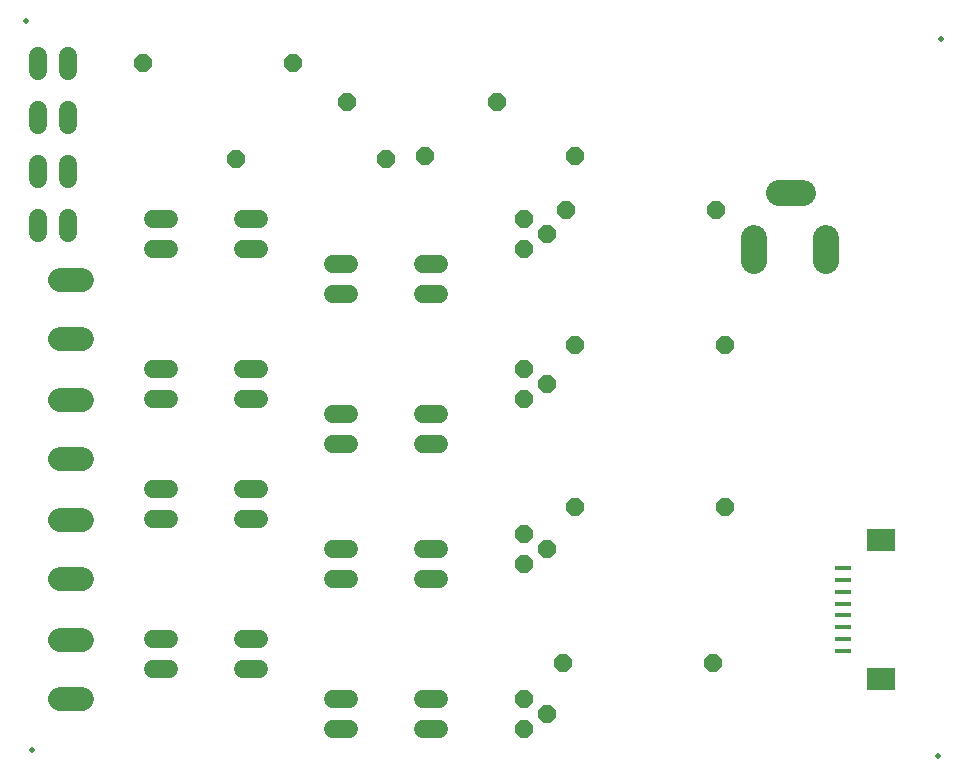
<source format=gts>
G75*
%MOIN*%
%OFA0B0*%
%FSLAX25Y25*%
%IPPOS*%
%LPD*%
%AMOC8*
5,1,8,0,0,1.08239X$1,22.5*
%
%ADD10C,0.01981*%
%ADD11C,0.08674*%
%ADD12C,0.06000*%
%ADD13OC8,0.06000*%
%ADD14C,0.07850*%
%ADD15R,0.05512X0.01575*%
%ADD16R,0.09252X0.07480*%
D10*
X0037790Y0026186D03*
X0339790Y0024186D03*
X0340790Y0263186D03*
X0035790Y0269186D03*
D11*
X0278586Y0197123D02*
X0278586Y0189249D01*
X0302601Y0189249D02*
X0302601Y0197123D01*
X0294727Y0212084D02*
X0286853Y0212084D01*
D12*
X0173390Y0188186D02*
X0168190Y0188186D01*
X0168190Y0178186D02*
X0173390Y0178186D01*
X0143390Y0178186D02*
X0138190Y0178186D01*
X0138190Y0188186D02*
X0143390Y0188186D01*
X0113390Y0193186D02*
X0108190Y0193186D01*
X0108190Y0203186D02*
X0113390Y0203186D01*
X0083390Y0203186D02*
X0078190Y0203186D01*
X0078190Y0193186D02*
X0083390Y0193186D01*
X0049790Y0198586D02*
X0049790Y0203786D01*
X0039790Y0203786D02*
X0039790Y0198586D01*
X0039790Y0216586D02*
X0039790Y0221786D01*
X0049790Y0221786D02*
X0049790Y0216586D01*
X0049790Y0234586D02*
X0049790Y0239786D01*
X0039790Y0239786D02*
X0039790Y0234586D01*
X0039790Y0252586D02*
X0039790Y0257786D01*
X0049790Y0257786D02*
X0049790Y0252586D01*
X0078190Y0153186D02*
X0083390Y0153186D01*
X0083390Y0143186D02*
X0078190Y0143186D01*
X0108190Y0143186D02*
X0113390Y0143186D01*
X0113390Y0153186D02*
X0108190Y0153186D01*
X0138190Y0138186D02*
X0143390Y0138186D01*
X0143390Y0128186D02*
X0138190Y0128186D01*
X0113390Y0113186D02*
X0108190Y0113186D01*
X0108190Y0103186D02*
X0113390Y0103186D01*
X0138190Y0093186D02*
X0143390Y0093186D01*
X0143390Y0083186D02*
X0138190Y0083186D01*
X0113390Y0063186D02*
X0108190Y0063186D01*
X0108190Y0053186D02*
X0113390Y0053186D01*
X0138190Y0043186D02*
X0143390Y0043186D01*
X0143390Y0033186D02*
X0138190Y0033186D01*
X0168190Y0033186D02*
X0173390Y0033186D01*
X0173390Y0043186D02*
X0168190Y0043186D01*
X0168190Y0083186D02*
X0173390Y0083186D01*
X0173390Y0093186D02*
X0168190Y0093186D01*
X0168190Y0128186D02*
X0173390Y0128186D01*
X0173390Y0138186D02*
X0168190Y0138186D01*
X0083390Y0113186D02*
X0078190Y0113186D01*
X0078190Y0103186D02*
X0083390Y0103186D01*
X0083390Y0063186D02*
X0078190Y0063186D01*
X0078190Y0053186D02*
X0083390Y0053186D01*
D13*
X0201790Y0043186D03*
X0209290Y0038186D03*
X0201790Y0033186D03*
X0214790Y0055186D03*
X0201790Y0088186D03*
X0209290Y0093186D03*
X0201790Y0098186D03*
X0218790Y0107186D03*
X0201790Y0143186D03*
X0209290Y0148186D03*
X0201790Y0153186D03*
X0218790Y0161186D03*
X0201790Y0193186D03*
X0209290Y0198186D03*
X0201790Y0203186D03*
X0215790Y0206186D03*
X0218790Y0224186D03*
X0192790Y0242186D03*
X0168790Y0224186D03*
X0155790Y0223186D03*
X0142790Y0242186D03*
X0124790Y0255186D03*
X0105790Y0223186D03*
X0074790Y0255186D03*
X0265790Y0206186D03*
X0268790Y0161186D03*
X0268790Y0107186D03*
X0264790Y0055186D03*
D14*
X0054315Y0063029D02*
X0047265Y0063029D01*
X0047265Y0043344D02*
X0054315Y0043344D01*
X0054315Y0083344D02*
X0047265Y0083344D01*
X0047265Y0103029D02*
X0054315Y0103029D01*
X0054315Y0123344D02*
X0047265Y0123344D01*
X0047265Y0143029D02*
X0054315Y0143029D01*
X0054315Y0163344D02*
X0047265Y0163344D01*
X0047265Y0183029D02*
X0054315Y0183029D01*
D15*
X0307995Y0086966D03*
X0307995Y0083029D03*
X0307995Y0079092D03*
X0307995Y0075155D03*
X0307995Y0071218D03*
X0307995Y0067281D03*
X0307995Y0063344D03*
X0307995Y0059407D03*
D16*
X0320790Y0049958D03*
X0320790Y0096415D03*
M02*

</source>
